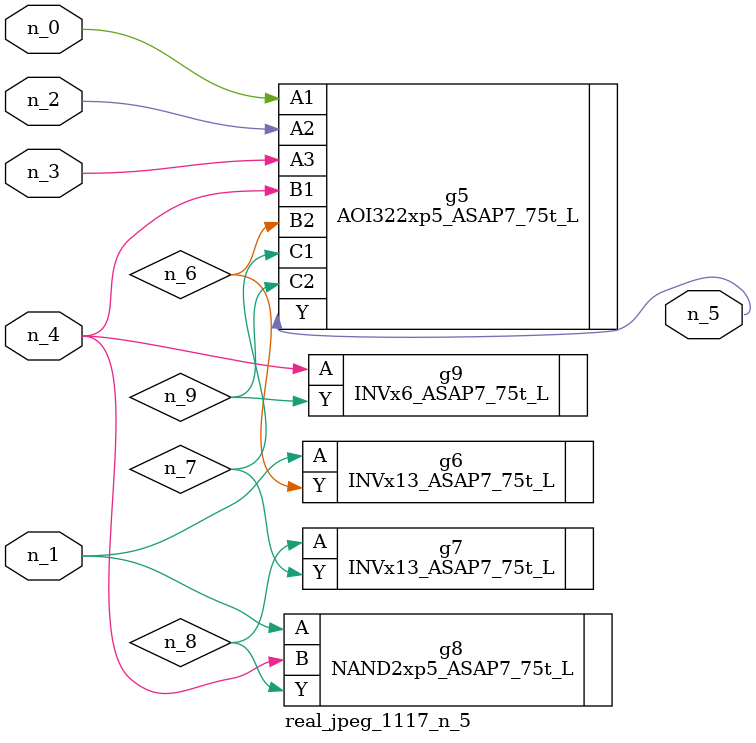
<source format=v>
module real_jpeg_1117_n_5 (n_4, n_0, n_1, n_2, n_3, n_5);

input n_4;
input n_0;
input n_1;
input n_2;
input n_3;

output n_5;

wire n_8;
wire n_6;
wire n_7;
wire n_9;

AOI322xp5_ASAP7_75t_L g5 ( 
.A1(n_0),
.A2(n_2),
.A3(n_3),
.B1(n_4),
.B2(n_6),
.C1(n_7),
.C2(n_9),
.Y(n_5)
);

INVx13_ASAP7_75t_L g6 ( 
.A(n_1),
.Y(n_6)
);

NAND2xp5_ASAP7_75t_L g8 ( 
.A(n_1),
.B(n_4),
.Y(n_8)
);

INVx6_ASAP7_75t_L g9 ( 
.A(n_4),
.Y(n_9)
);

INVx13_ASAP7_75t_L g7 ( 
.A(n_8),
.Y(n_7)
);


endmodule
</source>
